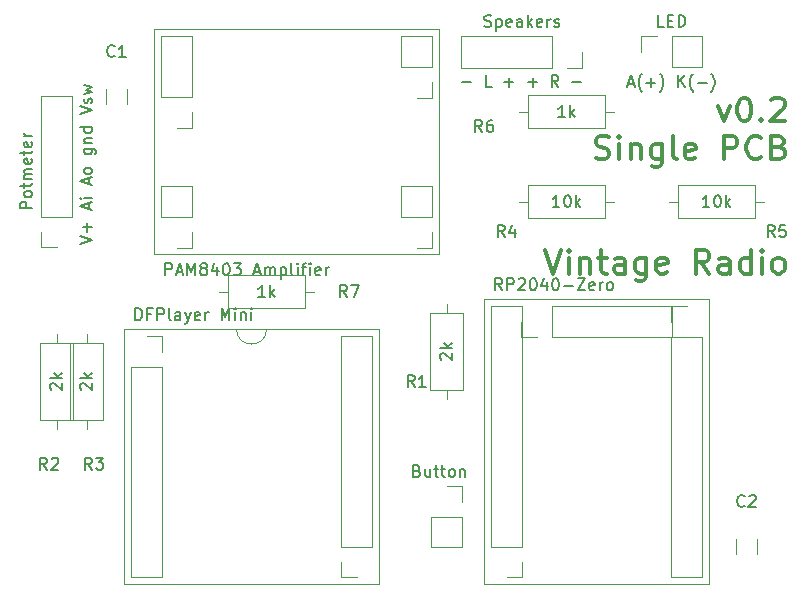
<source format=gbr>
%TF.GenerationSoftware,KiCad,Pcbnew,8.0.3*%
%TF.CreationDate,2026-01-09T14:43:18+01:00*%
%TF.ProjectId,VintageRadio,56696e74-6167-4655-9261-64696f2e6b69,rev?*%
%TF.SameCoordinates,Original*%
%TF.FileFunction,Legend,Top*%
%TF.FilePolarity,Positive*%
%FSLAX46Y46*%
G04 Gerber Fmt 4.6, Leading zero omitted, Abs format (unit mm)*
G04 Created by KiCad (PCBNEW 8.0.3) date 2026-01-09 14:43:18*
%MOMM*%
%LPD*%
G01*
G04 APERTURE LIST*
%ADD10C,0.100000*%
%ADD11C,0.300000*%
%ADD12C,0.150000*%
%ADD13C,0.120000*%
G04 APERTURE END LIST*
D10*
X191985000Y-74365000D02*
X211035000Y-74365000D01*
X211035000Y-98495000D01*
X191985000Y-98495000D01*
X191985000Y-74365000D01*
D11*
X211822631Y-57986752D02*
X212298821Y-59320086D01*
X212298821Y-59320086D02*
X212775012Y-57986752D01*
X213917869Y-57320086D02*
X214108346Y-57320086D01*
X214108346Y-57320086D02*
X214298822Y-57415324D01*
X214298822Y-57415324D02*
X214394060Y-57510562D01*
X214394060Y-57510562D02*
X214489298Y-57701038D01*
X214489298Y-57701038D02*
X214584536Y-58081990D01*
X214584536Y-58081990D02*
X214584536Y-58558181D01*
X214584536Y-58558181D02*
X214489298Y-58939133D01*
X214489298Y-58939133D02*
X214394060Y-59129609D01*
X214394060Y-59129609D02*
X214298822Y-59224848D01*
X214298822Y-59224848D02*
X214108346Y-59320086D01*
X214108346Y-59320086D02*
X213917869Y-59320086D01*
X213917869Y-59320086D02*
X213727393Y-59224848D01*
X213727393Y-59224848D02*
X213632155Y-59129609D01*
X213632155Y-59129609D02*
X213536917Y-58939133D01*
X213536917Y-58939133D02*
X213441679Y-58558181D01*
X213441679Y-58558181D02*
X213441679Y-58081990D01*
X213441679Y-58081990D02*
X213536917Y-57701038D01*
X213536917Y-57701038D02*
X213632155Y-57510562D01*
X213632155Y-57510562D02*
X213727393Y-57415324D01*
X213727393Y-57415324D02*
X213917869Y-57320086D01*
X215441679Y-59129609D02*
X215536917Y-59224848D01*
X215536917Y-59224848D02*
X215441679Y-59320086D01*
X215441679Y-59320086D02*
X215346441Y-59224848D01*
X215346441Y-59224848D02*
X215441679Y-59129609D01*
X215441679Y-59129609D02*
X215441679Y-59320086D01*
X216298822Y-57510562D02*
X216394060Y-57415324D01*
X216394060Y-57415324D02*
X216584536Y-57320086D01*
X216584536Y-57320086D02*
X217060727Y-57320086D01*
X217060727Y-57320086D02*
X217251203Y-57415324D01*
X217251203Y-57415324D02*
X217346441Y-57510562D01*
X217346441Y-57510562D02*
X217441679Y-57701038D01*
X217441679Y-57701038D02*
X217441679Y-57891514D01*
X217441679Y-57891514D02*
X217346441Y-58177228D01*
X217346441Y-58177228D02*
X216203584Y-59320086D01*
X216203584Y-59320086D02*
X217441679Y-59320086D01*
X201441678Y-62444736D02*
X201727392Y-62539974D01*
X201727392Y-62539974D02*
X202203583Y-62539974D01*
X202203583Y-62539974D02*
X202394059Y-62444736D01*
X202394059Y-62444736D02*
X202489297Y-62349497D01*
X202489297Y-62349497D02*
X202584535Y-62159021D01*
X202584535Y-62159021D02*
X202584535Y-61968545D01*
X202584535Y-61968545D02*
X202489297Y-61778069D01*
X202489297Y-61778069D02*
X202394059Y-61682831D01*
X202394059Y-61682831D02*
X202203583Y-61587593D01*
X202203583Y-61587593D02*
X201822630Y-61492355D01*
X201822630Y-61492355D02*
X201632154Y-61397116D01*
X201632154Y-61397116D02*
X201536916Y-61301878D01*
X201536916Y-61301878D02*
X201441678Y-61111402D01*
X201441678Y-61111402D02*
X201441678Y-60920926D01*
X201441678Y-60920926D02*
X201536916Y-60730450D01*
X201536916Y-60730450D02*
X201632154Y-60635212D01*
X201632154Y-60635212D02*
X201822630Y-60539974D01*
X201822630Y-60539974D02*
X202298821Y-60539974D01*
X202298821Y-60539974D02*
X202584535Y-60635212D01*
X203441678Y-62539974D02*
X203441678Y-61206640D01*
X203441678Y-60539974D02*
X203346440Y-60635212D01*
X203346440Y-60635212D02*
X203441678Y-60730450D01*
X203441678Y-60730450D02*
X203536916Y-60635212D01*
X203536916Y-60635212D02*
X203441678Y-60539974D01*
X203441678Y-60539974D02*
X203441678Y-60730450D01*
X204394059Y-61206640D02*
X204394059Y-62539974D01*
X204394059Y-61397116D02*
X204489297Y-61301878D01*
X204489297Y-61301878D02*
X204679773Y-61206640D01*
X204679773Y-61206640D02*
X204965488Y-61206640D01*
X204965488Y-61206640D02*
X205155964Y-61301878D01*
X205155964Y-61301878D02*
X205251202Y-61492355D01*
X205251202Y-61492355D02*
X205251202Y-62539974D01*
X207060726Y-61206640D02*
X207060726Y-62825688D01*
X207060726Y-62825688D02*
X206965488Y-63016164D01*
X206965488Y-63016164D02*
X206870250Y-63111402D01*
X206870250Y-63111402D02*
X206679773Y-63206640D01*
X206679773Y-63206640D02*
X206394059Y-63206640D01*
X206394059Y-63206640D02*
X206203583Y-63111402D01*
X207060726Y-62444736D02*
X206870250Y-62539974D01*
X206870250Y-62539974D02*
X206489297Y-62539974D01*
X206489297Y-62539974D02*
X206298821Y-62444736D01*
X206298821Y-62444736D02*
X206203583Y-62349497D01*
X206203583Y-62349497D02*
X206108345Y-62159021D01*
X206108345Y-62159021D02*
X206108345Y-61587593D01*
X206108345Y-61587593D02*
X206203583Y-61397116D01*
X206203583Y-61397116D02*
X206298821Y-61301878D01*
X206298821Y-61301878D02*
X206489297Y-61206640D01*
X206489297Y-61206640D02*
X206870250Y-61206640D01*
X206870250Y-61206640D02*
X207060726Y-61301878D01*
X208298821Y-62539974D02*
X208108345Y-62444736D01*
X208108345Y-62444736D02*
X208013107Y-62254259D01*
X208013107Y-62254259D02*
X208013107Y-60539974D01*
X209822631Y-62444736D02*
X209632155Y-62539974D01*
X209632155Y-62539974D02*
X209251202Y-62539974D01*
X209251202Y-62539974D02*
X209060726Y-62444736D01*
X209060726Y-62444736D02*
X208965488Y-62254259D01*
X208965488Y-62254259D02*
X208965488Y-61492355D01*
X208965488Y-61492355D02*
X209060726Y-61301878D01*
X209060726Y-61301878D02*
X209251202Y-61206640D01*
X209251202Y-61206640D02*
X209632155Y-61206640D01*
X209632155Y-61206640D02*
X209822631Y-61301878D01*
X209822631Y-61301878D02*
X209917869Y-61492355D01*
X209917869Y-61492355D02*
X209917869Y-61682831D01*
X209917869Y-61682831D02*
X208965488Y-61873307D01*
X212298822Y-62539974D02*
X212298822Y-60539974D01*
X212298822Y-60539974D02*
X213060727Y-60539974D01*
X213060727Y-60539974D02*
X213251203Y-60635212D01*
X213251203Y-60635212D02*
X213346441Y-60730450D01*
X213346441Y-60730450D02*
X213441679Y-60920926D01*
X213441679Y-60920926D02*
X213441679Y-61206640D01*
X213441679Y-61206640D02*
X213346441Y-61397116D01*
X213346441Y-61397116D02*
X213251203Y-61492355D01*
X213251203Y-61492355D02*
X213060727Y-61587593D01*
X213060727Y-61587593D02*
X212298822Y-61587593D01*
X215441679Y-62349497D02*
X215346441Y-62444736D01*
X215346441Y-62444736D02*
X215060727Y-62539974D01*
X215060727Y-62539974D02*
X214870251Y-62539974D01*
X214870251Y-62539974D02*
X214584536Y-62444736D01*
X214584536Y-62444736D02*
X214394060Y-62254259D01*
X214394060Y-62254259D02*
X214298822Y-62063783D01*
X214298822Y-62063783D02*
X214203584Y-61682831D01*
X214203584Y-61682831D02*
X214203584Y-61397116D01*
X214203584Y-61397116D02*
X214298822Y-61016164D01*
X214298822Y-61016164D02*
X214394060Y-60825688D01*
X214394060Y-60825688D02*
X214584536Y-60635212D01*
X214584536Y-60635212D02*
X214870251Y-60539974D01*
X214870251Y-60539974D02*
X215060727Y-60539974D01*
X215060727Y-60539974D02*
X215346441Y-60635212D01*
X215346441Y-60635212D02*
X215441679Y-60730450D01*
X216965489Y-61492355D02*
X217251203Y-61587593D01*
X217251203Y-61587593D02*
X217346441Y-61682831D01*
X217346441Y-61682831D02*
X217441679Y-61873307D01*
X217441679Y-61873307D02*
X217441679Y-62159021D01*
X217441679Y-62159021D02*
X217346441Y-62349497D01*
X217346441Y-62349497D02*
X217251203Y-62444736D01*
X217251203Y-62444736D02*
X217060727Y-62539974D01*
X217060727Y-62539974D02*
X216298822Y-62539974D01*
X216298822Y-62539974D02*
X216298822Y-60539974D01*
X216298822Y-60539974D02*
X216965489Y-60539974D01*
X216965489Y-60539974D02*
X217155965Y-60635212D01*
X217155965Y-60635212D02*
X217251203Y-60730450D01*
X217251203Y-60730450D02*
X217346441Y-60920926D01*
X217346441Y-60920926D02*
X217346441Y-61111402D01*
X217346441Y-61111402D02*
X217251203Y-61301878D01*
X217251203Y-61301878D02*
X217155965Y-61397116D01*
X217155965Y-61397116D02*
X216965489Y-61492355D01*
X216965489Y-61492355D02*
X216298822Y-61492355D01*
X197155963Y-70199638D02*
X197822629Y-72199638D01*
X197822629Y-72199638D02*
X198489296Y-70199638D01*
X199155963Y-72199638D02*
X199155963Y-70866304D01*
X199155963Y-70199638D02*
X199060725Y-70294876D01*
X199060725Y-70294876D02*
X199155963Y-70390114D01*
X199155963Y-70390114D02*
X199251201Y-70294876D01*
X199251201Y-70294876D02*
X199155963Y-70199638D01*
X199155963Y-70199638D02*
X199155963Y-70390114D01*
X200108344Y-70866304D02*
X200108344Y-72199638D01*
X200108344Y-71056780D02*
X200203582Y-70961542D01*
X200203582Y-70961542D02*
X200394058Y-70866304D01*
X200394058Y-70866304D02*
X200679773Y-70866304D01*
X200679773Y-70866304D02*
X200870249Y-70961542D01*
X200870249Y-70961542D02*
X200965487Y-71152019D01*
X200965487Y-71152019D02*
X200965487Y-72199638D01*
X201632154Y-70866304D02*
X202394058Y-70866304D01*
X201917868Y-70199638D02*
X201917868Y-71913923D01*
X201917868Y-71913923D02*
X202013106Y-72104400D01*
X202013106Y-72104400D02*
X202203582Y-72199638D01*
X202203582Y-72199638D02*
X202394058Y-72199638D01*
X203917868Y-72199638D02*
X203917868Y-71152019D01*
X203917868Y-71152019D02*
X203822630Y-70961542D01*
X203822630Y-70961542D02*
X203632154Y-70866304D01*
X203632154Y-70866304D02*
X203251201Y-70866304D01*
X203251201Y-70866304D02*
X203060725Y-70961542D01*
X203917868Y-72104400D02*
X203727392Y-72199638D01*
X203727392Y-72199638D02*
X203251201Y-72199638D01*
X203251201Y-72199638D02*
X203060725Y-72104400D01*
X203060725Y-72104400D02*
X202965487Y-71913923D01*
X202965487Y-71913923D02*
X202965487Y-71723447D01*
X202965487Y-71723447D02*
X203060725Y-71532971D01*
X203060725Y-71532971D02*
X203251201Y-71437733D01*
X203251201Y-71437733D02*
X203727392Y-71437733D01*
X203727392Y-71437733D02*
X203917868Y-71342495D01*
X205727392Y-70866304D02*
X205727392Y-72485352D01*
X205727392Y-72485352D02*
X205632154Y-72675828D01*
X205632154Y-72675828D02*
X205536916Y-72771066D01*
X205536916Y-72771066D02*
X205346439Y-72866304D01*
X205346439Y-72866304D02*
X205060725Y-72866304D01*
X205060725Y-72866304D02*
X204870249Y-72771066D01*
X205727392Y-72104400D02*
X205536916Y-72199638D01*
X205536916Y-72199638D02*
X205155963Y-72199638D01*
X205155963Y-72199638D02*
X204965487Y-72104400D01*
X204965487Y-72104400D02*
X204870249Y-72009161D01*
X204870249Y-72009161D02*
X204775011Y-71818685D01*
X204775011Y-71818685D02*
X204775011Y-71247257D01*
X204775011Y-71247257D02*
X204870249Y-71056780D01*
X204870249Y-71056780D02*
X204965487Y-70961542D01*
X204965487Y-70961542D02*
X205155963Y-70866304D01*
X205155963Y-70866304D02*
X205536916Y-70866304D01*
X205536916Y-70866304D02*
X205727392Y-70961542D01*
X207441678Y-72104400D02*
X207251202Y-72199638D01*
X207251202Y-72199638D02*
X206870249Y-72199638D01*
X206870249Y-72199638D02*
X206679773Y-72104400D01*
X206679773Y-72104400D02*
X206584535Y-71913923D01*
X206584535Y-71913923D02*
X206584535Y-71152019D01*
X206584535Y-71152019D02*
X206679773Y-70961542D01*
X206679773Y-70961542D02*
X206870249Y-70866304D01*
X206870249Y-70866304D02*
X207251202Y-70866304D01*
X207251202Y-70866304D02*
X207441678Y-70961542D01*
X207441678Y-70961542D02*
X207536916Y-71152019D01*
X207536916Y-71152019D02*
X207536916Y-71342495D01*
X207536916Y-71342495D02*
X206584535Y-71532971D01*
X211060726Y-72199638D02*
X210394059Y-71247257D01*
X209917869Y-72199638D02*
X209917869Y-70199638D01*
X209917869Y-70199638D02*
X210679774Y-70199638D01*
X210679774Y-70199638D02*
X210870250Y-70294876D01*
X210870250Y-70294876D02*
X210965488Y-70390114D01*
X210965488Y-70390114D02*
X211060726Y-70580590D01*
X211060726Y-70580590D02*
X211060726Y-70866304D01*
X211060726Y-70866304D02*
X210965488Y-71056780D01*
X210965488Y-71056780D02*
X210870250Y-71152019D01*
X210870250Y-71152019D02*
X210679774Y-71247257D01*
X210679774Y-71247257D02*
X209917869Y-71247257D01*
X212775012Y-72199638D02*
X212775012Y-71152019D01*
X212775012Y-71152019D02*
X212679774Y-70961542D01*
X212679774Y-70961542D02*
X212489298Y-70866304D01*
X212489298Y-70866304D02*
X212108345Y-70866304D01*
X212108345Y-70866304D02*
X211917869Y-70961542D01*
X212775012Y-72104400D02*
X212584536Y-72199638D01*
X212584536Y-72199638D02*
X212108345Y-72199638D01*
X212108345Y-72199638D02*
X211917869Y-72104400D01*
X211917869Y-72104400D02*
X211822631Y-71913923D01*
X211822631Y-71913923D02*
X211822631Y-71723447D01*
X211822631Y-71723447D02*
X211917869Y-71532971D01*
X211917869Y-71532971D02*
X212108345Y-71437733D01*
X212108345Y-71437733D02*
X212584536Y-71437733D01*
X212584536Y-71437733D02*
X212775012Y-71342495D01*
X214584536Y-72199638D02*
X214584536Y-70199638D01*
X214584536Y-72104400D02*
X214394060Y-72199638D01*
X214394060Y-72199638D02*
X214013107Y-72199638D01*
X214013107Y-72199638D02*
X213822631Y-72104400D01*
X213822631Y-72104400D02*
X213727393Y-72009161D01*
X213727393Y-72009161D02*
X213632155Y-71818685D01*
X213632155Y-71818685D02*
X213632155Y-71247257D01*
X213632155Y-71247257D02*
X213727393Y-71056780D01*
X213727393Y-71056780D02*
X213822631Y-70961542D01*
X213822631Y-70961542D02*
X214013107Y-70866304D01*
X214013107Y-70866304D02*
X214394060Y-70866304D01*
X214394060Y-70866304D02*
X214584536Y-70961542D01*
X215536917Y-72199638D02*
X215536917Y-70866304D01*
X215536917Y-70199638D02*
X215441679Y-70294876D01*
X215441679Y-70294876D02*
X215536917Y-70390114D01*
X215536917Y-70390114D02*
X215632155Y-70294876D01*
X215632155Y-70294876D02*
X215536917Y-70199638D01*
X215536917Y-70199638D02*
X215536917Y-70390114D01*
X216775012Y-72199638D02*
X216584536Y-72104400D01*
X216584536Y-72104400D02*
X216489298Y-72009161D01*
X216489298Y-72009161D02*
X216394060Y-71818685D01*
X216394060Y-71818685D02*
X216394060Y-71247257D01*
X216394060Y-71247257D02*
X216489298Y-71056780D01*
X216489298Y-71056780D02*
X216584536Y-70961542D01*
X216584536Y-70961542D02*
X216775012Y-70866304D01*
X216775012Y-70866304D02*
X217060727Y-70866304D01*
X217060727Y-70866304D02*
X217251203Y-70961542D01*
X217251203Y-70961542D02*
X217346441Y-71056780D01*
X217346441Y-71056780D02*
X217441679Y-71247257D01*
X217441679Y-71247257D02*
X217441679Y-71818685D01*
X217441679Y-71818685D02*
X217346441Y-72009161D01*
X217346441Y-72009161D02*
X217251203Y-72104400D01*
X217251203Y-72104400D02*
X217060727Y-72199638D01*
X217060727Y-72199638D02*
X216775012Y-72199638D01*
D12*
X193528207Y-73599819D02*
X193194874Y-73123628D01*
X192956779Y-73599819D02*
X192956779Y-72599819D01*
X192956779Y-72599819D02*
X193337731Y-72599819D01*
X193337731Y-72599819D02*
X193432969Y-72647438D01*
X193432969Y-72647438D02*
X193480588Y-72695057D01*
X193480588Y-72695057D02*
X193528207Y-72790295D01*
X193528207Y-72790295D02*
X193528207Y-72933152D01*
X193528207Y-72933152D02*
X193480588Y-73028390D01*
X193480588Y-73028390D02*
X193432969Y-73076009D01*
X193432969Y-73076009D02*
X193337731Y-73123628D01*
X193337731Y-73123628D02*
X192956779Y-73123628D01*
X193956779Y-73599819D02*
X193956779Y-72599819D01*
X193956779Y-72599819D02*
X194337731Y-72599819D01*
X194337731Y-72599819D02*
X194432969Y-72647438D01*
X194432969Y-72647438D02*
X194480588Y-72695057D01*
X194480588Y-72695057D02*
X194528207Y-72790295D01*
X194528207Y-72790295D02*
X194528207Y-72933152D01*
X194528207Y-72933152D02*
X194480588Y-73028390D01*
X194480588Y-73028390D02*
X194432969Y-73076009D01*
X194432969Y-73076009D02*
X194337731Y-73123628D01*
X194337731Y-73123628D02*
X193956779Y-73123628D01*
X194909160Y-72695057D02*
X194956779Y-72647438D01*
X194956779Y-72647438D02*
X195052017Y-72599819D01*
X195052017Y-72599819D02*
X195290112Y-72599819D01*
X195290112Y-72599819D02*
X195385350Y-72647438D01*
X195385350Y-72647438D02*
X195432969Y-72695057D01*
X195432969Y-72695057D02*
X195480588Y-72790295D01*
X195480588Y-72790295D02*
X195480588Y-72885533D01*
X195480588Y-72885533D02*
X195432969Y-73028390D01*
X195432969Y-73028390D02*
X194861541Y-73599819D01*
X194861541Y-73599819D02*
X195480588Y-73599819D01*
X196099636Y-72599819D02*
X196194874Y-72599819D01*
X196194874Y-72599819D02*
X196290112Y-72647438D01*
X196290112Y-72647438D02*
X196337731Y-72695057D01*
X196337731Y-72695057D02*
X196385350Y-72790295D01*
X196385350Y-72790295D02*
X196432969Y-72980771D01*
X196432969Y-72980771D02*
X196432969Y-73218866D01*
X196432969Y-73218866D02*
X196385350Y-73409342D01*
X196385350Y-73409342D02*
X196337731Y-73504580D01*
X196337731Y-73504580D02*
X196290112Y-73552200D01*
X196290112Y-73552200D02*
X196194874Y-73599819D01*
X196194874Y-73599819D02*
X196099636Y-73599819D01*
X196099636Y-73599819D02*
X196004398Y-73552200D01*
X196004398Y-73552200D02*
X195956779Y-73504580D01*
X195956779Y-73504580D02*
X195909160Y-73409342D01*
X195909160Y-73409342D02*
X195861541Y-73218866D01*
X195861541Y-73218866D02*
X195861541Y-72980771D01*
X195861541Y-72980771D02*
X195909160Y-72790295D01*
X195909160Y-72790295D02*
X195956779Y-72695057D01*
X195956779Y-72695057D02*
X196004398Y-72647438D01*
X196004398Y-72647438D02*
X196099636Y-72599819D01*
X197290112Y-72933152D02*
X197290112Y-73599819D01*
X197052017Y-72552200D02*
X196813922Y-73266485D01*
X196813922Y-73266485D02*
X197432969Y-73266485D01*
X198004398Y-72599819D02*
X198099636Y-72599819D01*
X198099636Y-72599819D02*
X198194874Y-72647438D01*
X198194874Y-72647438D02*
X198242493Y-72695057D01*
X198242493Y-72695057D02*
X198290112Y-72790295D01*
X198290112Y-72790295D02*
X198337731Y-72980771D01*
X198337731Y-72980771D02*
X198337731Y-73218866D01*
X198337731Y-73218866D02*
X198290112Y-73409342D01*
X198290112Y-73409342D02*
X198242493Y-73504580D01*
X198242493Y-73504580D02*
X198194874Y-73552200D01*
X198194874Y-73552200D02*
X198099636Y-73599819D01*
X198099636Y-73599819D02*
X198004398Y-73599819D01*
X198004398Y-73599819D02*
X197909160Y-73552200D01*
X197909160Y-73552200D02*
X197861541Y-73504580D01*
X197861541Y-73504580D02*
X197813922Y-73409342D01*
X197813922Y-73409342D02*
X197766303Y-73218866D01*
X197766303Y-73218866D02*
X197766303Y-72980771D01*
X197766303Y-72980771D02*
X197813922Y-72790295D01*
X197813922Y-72790295D02*
X197861541Y-72695057D01*
X197861541Y-72695057D02*
X197909160Y-72647438D01*
X197909160Y-72647438D02*
X198004398Y-72599819D01*
X198766303Y-73218866D02*
X199528208Y-73218866D01*
X199909160Y-72599819D02*
X200575826Y-72599819D01*
X200575826Y-72599819D02*
X199909160Y-73599819D01*
X199909160Y-73599819D02*
X200575826Y-73599819D01*
X201337731Y-73552200D02*
X201242493Y-73599819D01*
X201242493Y-73599819D02*
X201052017Y-73599819D01*
X201052017Y-73599819D02*
X200956779Y-73552200D01*
X200956779Y-73552200D02*
X200909160Y-73456961D01*
X200909160Y-73456961D02*
X200909160Y-73076009D01*
X200909160Y-73076009D02*
X200956779Y-72980771D01*
X200956779Y-72980771D02*
X201052017Y-72933152D01*
X201052017Y-72933152D02*
X201242493Y-72933152D01*
X201242493Y-72933152D02*
X201337731Y-72980771D01*
X201337731Y-72980771D02*
X201385350Y-73076009D01*
X201385350Y-73076009D02*
X201385350Y-73171247D01*
X201385350Y-73171247D02*
X200909160Y-73266485D01*
X201813922Y-73599819D02*
X201813922Y-72933152D01*
X201813922Y-73123628D02*
X201861541Y-73028390D01*
X201861541Y-73028390D02*
X201909160Y-72980771D01*
X201909160Y-72980771D02*
X202004398Y-72933152D01*
X202004398Y-72933152D02*
X202099636Y-72933152D01*
X202575827Y-73599819D02*
X202480589Y-73552200D01*
X202480589Y-73552200D02*
X202432970Y-73504580D01*
X202432970Y-73504580D02*
X202385351Y-73409342D01*
X202385351Y-73409342D02*
X202385351Y-73123628D01*
X202385351Y-73123628D02*
X202432970Y-73028390D01*
X202432970Y-73028390D02*
X202480589Y-72980771D01*
X202480589Y-72980771D02*
X202575827Y-72933152D01*
X202575827Y-72933152D02*
X202718684Y-72933152D01*
X202718684Y-72933152D02*
X202813922Y-72980771D01*
X202813922Y-72980771D02*
X202861541Y-73028390D01*
X202861541Y-73028390D02*
X202909160Y-73123628D01*
X202909160Y-73123628D02*
X202909160Y-73409342D01*
X202909160Y-73409342D02*
X202861541Y-73504580D01*
X202861541Y-73504580D02*
X202813922Y-73552200D01*
X202813922Y-73552200D02*
X202718684Y-73599819D01*
X202718684Y-73599819D02*
X202575827Y-73599819D01*
X165016779Y-72329819D02*
X165016779Y-71329819D01*
X165016779Y-71329819D02*
X165397731Y-71329819D01*
X165397731Y-71329819D02*
X165492969Y-71377438D01*
X165492969Y-71377438D02*
X165540588Y-71425057D01*
X165540588Y-71425057D02*
X165588207Y-71520295D01*
X165588207Y-71520295D02*
X165588207Y-71663152D01*
X165588207Y-71663152D02*
X165540588Y-71758390D01*
X165540588Y-71758390D02*
X165492969Y-71806009D01*
X165492969Y-71806009D02*
X165397731Y-71853628D01*
X165397731Y-71853628D02*
X165016779Y-71853628D01*
X165969160Y-72044104D02*
X166445350Y-72044104D01*
X165873922Y-72329819D02*
X166207255Y-71329819D01*
X166207255Y-71329819D02*
X166540588Y-72329819D01*
X166873922Y-72329819D02*
X166873922Y-71329819D01*
X166873922Y-71329819D02*
X167207255Y-72044104D01*
X167207255Y-72044104D02*
X167540588Y-71329819D01*
X167540588Y-71329819D02*
X167540588Y-72329819D01*
X168159636Y-71758390D02*
X168064398Y-71710771D01*
X168064398Y-71710771D02*
X168016779Y-71663152D01*
X168016779Y-71663152D02*
X167969160Y-71567914D01*
X167969160Y-71567914D02*
X167969160Y-71520295D01*
X167969160Y-71520295D02*
X168016779Y-71425057D01*
X168016779Y-71425057D02*
X168064398Y-71377438D01*
X168064398Y-71377438D02*
X168159636Y-71329819D01*
X168159636Y-71329819D02*
X168350112Y-71329819D01*
X168350112Y-71329819D02*
X168445350Y-71377438D01*
X168445350Y-71377438D02*
X168492969Y-71425057D01*
X168492969Y-71425057D02*
X168540588Y-71520295D01*
X168540588Y-71520295D02*
X168540588Y-71567914D01*
X168540588Y-71567914D02*
X168492969Y-71663152D01*
X168492969Y-71663152D02*
X168445350Y-71710771D01*
X168445350Y-71710771D02*
X168350112Y-71758390D01*
X168350112Y-71758390D02*
X168159636Y-71758390D01*
X168159636Y-71758390D02*
X168064398Y-71806009D01*
X168064398Y-71806009D02*
X168016779Y-71853628D01*
X168016779Y-71853628D02*
X167969160Y-71948866D01*
X167969160Y-71948866D02*
X167969160Y-72139342D01*
X167969160Y-72139342D02*
X168016779Y-72234580D01*
X168016779Y-72234580D02*
X168064398Y-72282200D01*
X168064398Y-72282200D02*
X168159636Y-72329819D01*
X168159636Y-72329819D02*
X168350112Y-72329819D01*
X168350112Y-72329819D02*
X168445350Y-72282200D01*
X168445350Y-72282200D02*
X168492969Y-72234580D01*
X168492969Y-72234580D02*
X168540588Y-72139342D01*
X168540588Y-72139342D02*
X168540588Y-71948866D01*
X168540588Y-71948866D02*
X168492969Y-71853628D01*
X168492969Y-71853628D02*
X168445350Y-71806009D01*
X168445350Y-71806009D02*
X168350112Y-71758390D01*
X169397731Y-71663152D02*
X169397731Y-72329819D01*
X169159636Y-71282200D02*
X168921541Y-71996485D01*
X168921541Y-71996485D02*
X169540588Y-71996485D01*
X170112017Y-71329819D02*
X170207255Y-71329819D01*
X170207255Y-71329819D02*
X170302493Y-71377438D01*
X170302493Y-71377438D02*
X170350112Y-71425057D01*
X170350112Y-71425057D02*
X170397731Y-71520295D01*
X170397731Y-71520295D02*
X170445350Y-71710771D01*
X170445350Y-71710771D02*
X170445350Y-71948866D01*
X170445350Y-71948866D02*
X170397731Y-72139342D01*
X170397731Y-72139342D02*
X170350112Y-72234580D01*
X170350112Y-72234580D02*
X170302493Y-72282200D01*
X170302493Y-72282200D02*
X170207255Y-72329819D01*
X170207255Y-72329819D02*
X170112017Y-72329819D01*
X170112017Y-72329819D02*
X170016779Y-72282200D01*
X170016779Y-72282200D02*
X169969160Y-72234580D01*
X169969160Y-72234580D02*
X169921541Y-72139342D01*
X169921541Y-72139342D02*
X169873922Y-71948866D01*
X169873922Y-71948866D02*
X169873922Y-71710771D01*
X169873922Y-71710771D02*
X169921541Y-71520295D01*
X169921541Y-71520295D02*
X169969160Y-71425057D01*
X169969160Y-71425057D02*
X170016779Y-71377438D01*
X170016779Y-71377438D02*
X170112017Y-71329819D01*
X170778684Y-71329819D02*
X171397731Y-71329819D01*
X171397731Y-71329819D02*
X171064398Y-71710771D01*
X171064398Y-71710771D02*
X171207255Y-71710771D01*
X171207255Y-71710771D02*
X171302493Y-71758390D01*
X171302493Y-71758390D02*
X171350112Y-71806009D01*
X171350112Y-71806009D02*
X171397731Y-71901247D01*
X171397731Y-71901247D02*
X171397731Y-72139342D01*
X171397731Y-72139342D02*
X171350112Y-72234580D01*
X171350112Y-72234580D02*
X171302493Y-72282200D01*
X171302493Y-72282200D02*
X171207255Y-72329819D01*
X171207255Y-72329819D02*
X170921541Y-72329819D01*
X170921541Y-72329819D02*
X170826303Y-72282200D01*
X170826303Y-72282200D02*
X170778684Y-72234580D01*
X172540589Y-72044104D02*
X173016779Y-72044104D01*
X172445351Y-72329819D02*
X172778684Y-71329819D01*
X172778684Y-71329819D02*
X173112017Y-72329819D01*
X173445351Y-72329819D02*
X173445351Y-71663152D01*
X173445351Y-71758390D02*
X173492970Y-71710771D01*
X173492970Y-71710771D02*
X173588208Y-71663152D01*
X173588208Y-71663152D02*
X173731065Y-71663152D01*
X173731065Y-71663152D02*
X173826303Y-71710771D01*
X173826303Y-71710771D02*
X173873922Y-71806009D01*
X173873922Y-71806009D02*
X173873922Y-72329819D01*
X173873922Y-71806009D02*
X173921541Y-71710771D01*
X173921541Y-71710771D02*
X174016779Y-71663152D01*
X174016779Y-71663152D02*
X174159636Y-71663152D01*
X174159636Y-71663152D02*
X174254875Y-71710771D01*
X174254875Y-71710771D02*
X174302494Y-71806009D01*
X174302494Y-71806009D02*
X174302494Y-72329819D01*
X174778684Y-71663152D02*
X174778684Y-72663152D01*
X174778684Y-71710771D02*
X174873922Y-71663152D01*
X174873922Y-71663152D02*
X175064398Y-71663152D01*
X175064398Y-71663152D02*
X175159636Y-71710771D01*
X175159636Y-71710771D02*
X175207255Y-71758390D01*
X175207255Y-71758390D02*
X175254874Y-71853628D01*
X175254874Y-71853628D02*
X175254874Y-72139342D01*
X175254874Y-72139342D02*
X175207255Y-72234580D01*
X175207255Y-72234580D02*
X175159636Y-72282200D01*
X175159636Y-72282200D02*
X175064398Y-72329819D01*
X175064398Y-72329819D02*
X174873922Y-72329819D01*
X174873922Y-72329819D02*
X174778684Y-72282200D01*
X175826303Y-72329819D02*
X175731065Y-72282200D01*
X175731065Y-72282200D02*
X175683446Y-72186961D01*
X175683446Y-72186961D02*
X175683446Y-71329819D01*
X176207256Y-72329819D02*
X176207256Y-71663152D01*
X176207256Y-71329819D02*
X176159637Y-71377438D01*
X176159637Y-71377438D02*
X176207256Y-71425057D01*
X176207256Y-71425057D02*
X176254875Y-71377438D01*
X176254875Y-71377438D02*
X176207256Y-71329819D01*
X176207256Y-71329819D02*
X176207256Y-71425057D01*
X176540589Y-71663152D02*
X176921541Y-71663152D01*
X176683446Y-72329819D02*
X176683446Y-71472676D01*
X176683446Y-71472676D02*
X176731065Y-71377438D01*
X176731065Y-71377438D02*
X176826303Y-71329819D01*
X176826303Y-71329819D02*
X176921541Y-71329819D01*
X177254875Y-72329819D02*
X177254875Y-71663152D01*
X177254875Y-71329819D02*
X177207256Y-71377438D01*
X177207256Y-71377438D02*
X177254875Y-71425057D01*
X177254875Y-71425057D02*
X177302494Y-71377438D01*
X177302494Y-71377438D02*
X177254875Y-71329819D01*
X177254875Y-71329819D02*
X177254875Y-71425057D01*
X178112017Y-72282200D02*
X178016779Y-72329819D01*
X178016779Y-72329819D02*
X177826303Y-72329819D01*
X177826303Y-72329819D02*
X177731065Y-72282200D01*
X177731065Y-72282200D02*
X177683446Y-72186961D01*
X177683446Y-72186961D02*
X177683446Y-71806009D01*
X177683446Y-71806009D02*
X177731065Y-71710771D01*
X177731065Y-71710771D02*
X177826303Y-71663152D01*
X177826303Y-71663152D02*
X178016779Y-71663152D01*
X178016779Y-71663152D02*
X178112017Y-71710771D01*
X178112017Y-71710771D02*
X178159636Y-71806009D01*
X178159636Y-71806009D02*
X178159636Y-71901247D01*
X178159636Y-71901247D02*
X177683446Y-71996485D01*
X178588208Y-72329819D02*
X178588208Y-71663152D01*
X178588208Y-71853628D02*
X178635827Y-71758390D01*
X178635827Y-71758390D02*
X178683446Y-71710771D01*
X178683446Y-71710771D02*
X178778684Y-71663152D01*
X178778684Y-71663152D02*
X178873922Y-71663152D01*
D10*
X164045000Y-70575000D02*
X188175000Y-70575000D01*
X188175000Y-51525000D01*
X164045000Y-51525000D01*
X164045000Y-70575000D01*
X173570000Y-76905000D02*
G75*
G02*
X171030000Y-76905000I-1270000J0D01*
G01*
X161505000Y-98495000D02*
X183095000Y-98495000D01*
X183095000Y-76905000D01*
X161505000Y-76905000D01*
X161505000Y-98495000D01*
D12*
X162476779Y-76139819D02*
X162476779Y-75139819D01*
X162476779Y-75139819D02*
X162714874Y-75139819D01*
X162714874Y-75139819D02*
X162857731Y-75187438D01*
X162857731Y-75187438D02*
X162952969Y-75282676D01*
X162952969Y-75282676D02*
X163000588Y-75377914D01*
X163000588Y-75377914D02*
X163048207Y-75568390D01*
X163048207Y-75568390D02*
X163048207Y-75711247D01*
X163048207Y-75711247D02*
X163000588Y-75901723D01*
X163000588Y-75901723D02*
X162952969Y-75996961D01*
X162952969Y-75996961D02*
X162857731Y-76092200D01*
X162857731Y-76092200D02*
X162714874Y-76139819D01*
X162714874Y-76139819D02*
X162476779Y-76139819D01*
X163810112Y-75616009D02*
X163476779Y-75616009D01*
X163476779Y-76139819D02*
X163476779Y-75139819D01*
X163476779Y-75139819D02*
X163952969Y-75139819D01*
X164333922Y-76139819D02*
X164333922Y-75139819D01*
X164333922Y-75139819D02*
X164714874Y-75139819D01*
X164714874Y-75139819D02*
X164810112Y-75187438D01*
X164810112Y-75187438D02*
X164857731Y-75235057D01*
X164857731Y-75235057D02*
X164905350Y-75330295D01*
X164905350Y-75330295D02*
X164905350Y-75473152D01*
X164905350Y-75473152D02*
X164857731Y-75568390D01*
X164857731Y-75568390D02*
X164810112Y-75616009D01*
X164810112Y-75616009D02*
X164714874Y-75663628D01*
X164714874Y-75663628D02*
X164333922Y-75663628D01*
X165476779Y-76139819D02*
X165381541Y-76092200D01*
X165381541Y-76092200D02*
X165333922Y-75996961D01*
X165333922Y-75996961D02*
X165333922Y-75139819D01*
X166286303Y-76139819D02*
X166286303Y-75616009D01*
X166286303Y-75616009D02*
X166238684Y-75520771D01*
X166238684Y-75520771D02*
X166143446Y-75473152D01*
X166143446Y-75473152D02*
X165952970Y-75473152D01*
X165952970Y-75473152D02*
X165857732Y-75520771D01*
X166286303Y-76092200D02*
X166191065Y-76139819D01*
X166191065Y-76139819D02*
X165952970Y-76139819D01*
X165952970Y-76139819D02*
X165857732Y-76092200D01*
X165857732Y-76092200D02*
X165810113Y-75996961D01*
X165810113Y-75996961D02*
X165810113Y-75901723D01*
X165810113Y-75901723D02*
X165857732Y-75806485D01*
X165857732Y-75806485D02*
X165952970Y-75758866D01*
X165952970Y-75758866D02*
X166191065Y-75758866D01*
X166191065Y-75758866D02*
X166286303Y-75711247D01*
X166667256Y-75473152D02*
X166905351Y-76139819D01*
X167143446Y-75473152D02*
X166905351Y-76139819D01*
X166905351Y-76139819D02*
X166810113Y-76377914D01*
X166810113Y-76377914D02*
X166762494Y-76425533D01*
X166762494Y-76425533D02*
X166667256Y-76473152D01*
X167905351Y-76092200D02*
X167810113Y-76139819D01*
X167810113Y-76139819D02*
X167619637Y-76139819D01*
X167619637Y-76139819D02*
X167524399Y-76092200D01*
X167524399Y-76092200D02*
X167476780Y-75996961D01*
X167476780Y-75996961D02*
X167476780Y-75616009D01*
X167476780Y-75616009D02*
X167524399Y-75520771D01*
X167524399Y-75520771D02*
X167619637Y-75473152D01*
X167619637Y-75473152D02*
X167810113Y-75473152D01*
X167810113Y-75473152D02*
X167905351Y-75520771D01*
X167905351Y-75520771D02*
X167952970Y-75616009D01*
X167952970Y-75616009D02*
X167952970Y-75711247D01*
X167952970Y-75711247D02*
X167476780Y-75806485D01*
X168381542Y-76139819D02*
X168381542Y-75473152D01*
X168381542Y-75663628D02*
X168429161Y-75568390D01*
X168429161Y-75568390D02*
X168476780Y-75520771D01*
X168476780Y-75520771D02*
X168572018Y-75473152D01*
X168572018Y-75473152D02*
X168667256Y-75473152D01*
X169762495Y-76139819D02*
X169762495Y-75139819D01*
X169762495Y-75139819D02*
X170095828Y-75854104D01*
X170095828Y-75854104D02*
X170429161Y-75139819D01*
X170429161Y-75139819D02*
X170429161Y-76139819D01*
X170905352Y-76139819D02*
X170905352Y-75473152D01*
X170905352Y-75139819D02*
X170857733Y-75187438D01*
X170857733Y-75187438D02*
X170905352Y-75235057D01*
X170905352Y-75235057D02*
X170952971Y-75187438D01*
X170952971Y-75187438D02*
X170905352Y-75139819D01*
X170905352Y-75139819D02*
X170905352Y-75235057D01*
X171381542Y-75473152D02*
X171381542Y-76139819D01*
X171381542Y-75568390D02*
X171429161Y-75520771D01*
X171429161Y-75520771D02*
X171524399Y-75473152D01*
X171524399Y-75473152D02*
X171667256Y-75473152D01*
X171667256Y-75473152D02*
X171762494Y-75520771D01*
X171762494Y-75520771D02*
X171810113Y-75616009D01*
X171810113Y-75616009D02*
X171810113Y-76139819D01*
X172286304Y-76139819D02*
X172286304Y-75473152D01*
X172286304Y-75139819D02*
X172238685Y-75187438D01*
X172238685Y-75187438D02*
X172286304Y-75235057D01*
X172286304Y-75235057D02*
X172333923Y-75187438D01*
X172333923Y-75187438D02*
X172286304Y-75139819D01*
X172286304Y-75139819D02*
X172286304Y-75235057D01*
X186317856Y-88901009D02*
X186460713Y-88948628D01*
X186460713Y-88948628D02*
X186508332Y-88996247D01*
X186508332Y-88996247D02*
X186555951Y-89091485D01*
X186555951Y-89091485D02*
X186555951Y-89234342D01*
X186555951Y-89234342D02*
X186508332Y-89329580D01*
X186508332Y-89329580D02*
X186460713Y-89377200D01*
X186460713Y-89377200D02*
X186365475Y-89424819D01*
X186365475Y-89424819D02*
X185984523Y-89424819D01*
X185984523Y-89424819D02*
X185984523Y-88424819D01*
X185984523Y-88424819D02*
X186317856Y-88424819D01*
X186317856Y-88424819D02*
X186413094Y-88472438D01*
X186413094Y-88472438D02*
X186460713Y-88520057D01*
X186460713Y-88520057D02*
X186508332Y-88615295D01*
X186508332Y-88615295D02*
X186508332Y-88710533D01*
X186508332Y-88710533D02*
X186460713Y-88805771D01*
X186460713Y-88805771D02*
X186413094Y-88853390D01*
X186413094Y-88853390D02*
X186317856Y-88901009D01*
X186317856Y-88901009D02*
X185984523Y-88901009D01*
X187413094Y-88758152D02*
X187413094Y-89424819D01*
X186984523Y-88758152D02*
X186984523Y-89281961D01*
X186984523Y-89281961D02*
X187032142Y-89377200D01*
X187032142Y-89377200D02*
X187127380Y-89424819D01*
X187127380Y-89424819D02*
X187270237Y-89424819D01*
X187270237Y-89424819D02*
X187365475Y-89377200D01*
X187365475Y-89377200D02*
X187413094Y-89329580D01*
X187746428Y-88758152D02*
X188127380Y-88758152D01*
X187889285Y-88424819D02*
X187889285Y-89281961D01*
X187889285Y-89281961D02*
X187936904Y-89377200D01*
X187936904Y-89377200D02*
X188032142Y-89424819D01*
X188032142Y-89424819D02*
X188127380Y-89424819D01*
X188317857Y-88758152D02*
X188698809Y-88758152D01*
X188460714Y-88424819D02*
X188460714Y-89281961D01*
X188460714Y-89281961D02*
X188508333Y-89377200D01*
X188508333Y-89377200D02*
X188603571Y-89424819D01*
X188603571Y-89424819D02*
X188698809Y-89424819D01*
X189175000Y-89424819D02*
X189079762Y-89377200D01*
X189079762Y-89377200D02*
X189032143Y-89329580D01*
X189032143Y-89329580D02*
X188984524Y-89234342D01*
X188984524Y-89234342D02*
X188984524Y-88948628D01*
X188984524Y-88948628D02*
X189032143Y-88853390D01*
X189032143Y-88853390D02*
X189079762Y-88805771D01*
X189079762Y-88805771D02*
X189175000Y-88758152D01*
X189175000Y-88758152D02*
X189317857Y-88758152D01*
X189317857Y-88758152D02*
X189413095Y-88805771D01*
X189413095Y-88805771D02*
X189460714Y-88853390D01*
X189460714Y-88853390D02*
X189508333Y-88948628D01*
X189508333Y-88948628D02*
X189508333Y-89234342D01*
X189508333Y-89234342D02*
X189460714Y-89329580D01*
X189460714Y-89329580D02*
X189413095Y-89377200D01*
X189413095Y-89377200D02*
X189317857Y-89424819D01*
X189317857Y-89424819D02*
X189175000Y-89424819D01*
X189936905Y-88758152D02*
X189936905Y-89424819D01*
X189936905Y-88853390D02*
X189984524Y-88805771D01*
X189984524Y-88805771D02*
X190079762Y-88758152D01*
X190079762Y-88758152D02*
X190222619Y-88758152D01*
X190222619Y-88758152D02*
X190317857Y-88805771D01*
X190317857Y-88805771D02*
X190365476Y-88901009D01*
X190365476Y-88901009D02*
X190365476Y-89424819D01*
X207217142Y-51324819D02*
X206740952Y-51324819D01*
X206740952Y-51324819D02*
X206740952Y-50324819D01*
X207550476Y-50801009D02*
X207883809Y-50801009D01*
X208026666Y-51324819D02*
X207550476Y-51324819D01*
X207550476Y-51324819D02*
X207550476Y-50324819D01*
X207550476Y-50324819D02*
X208026666Y-50324819D01*
X208455238Y-51324819D02*
X208455238Y-50324819D01*
X208455238Y-50324819D02*
X208693333Y-50324819D01*
X208693333Y-50324819D02*
X208836190Y-50372438D01*
X208836190Y-50372438D02*
X208931428Y-50467676D01*
X208931428Y-50467676D02*
X208979047Y-50562914D01*
X208979047Y-50562914D02*
X209026666Y-50753390D01*
X209026666Y-50753390D02*
X209026666Y-50896247D01*
X209026666Y-50896247D02*
X208979047Y-51086723D01*
X208979047Y-51086723D02*
X208931428Y-51181961D01*
X208931428Y-51181961D02*
X208836190Y-51277200D01*
X208836190Y-51277200D02*
X208693333Y-51324819D01*
X208693333Y-51324819D02*
X208455238Y-51324819D01*
X204169523Y-56119104D02*
X204645713Y-56119104D01*
X204074285Y-56404819D02*
X204407618Y-55404819D01*
X204407618Y-55404819D02*
X204740951Y-56404819D01*
X205359999Y-56785771D02*
X205312380Y-56738152D01*
X205312380Y-56738152D02*
X205217142Y-56595295D01*
X205217142Y-56595295D02*
X205169523Y-56500057D01*
X205169523Y-56500057D02*
X205121904Y-56357200D01*
X205121904Y-56357200D02*
X205074285Y-56119104D01*
X205074285Y-56119104D02*
X205074285Y-55928628D01*
X205074285Y-55928628D02*
X205121904Y-55690533D01*
X205121904Y-55690533D02*
X205169523Y-55547676D01*
X205169523Y-55547676D02*
X205217142Y-55452438D01*
X205217142Y-55452438D02*
X205312380Y-55309580D01*
X205312380Y-55309580D02*
X205359999Y-55261961D01*
X205740952Y-56023866D02*
X206502857Y-56023866D01*
X206121904Y-56404819D02*
X206121904Y-55642914D01*
X206883809Y-56785771D02*
X206931428Y-56738152D01*
X206931428Y-56738152D02*
X207026666Y-56595295D01*
X207026666Y-56595295D02*
X207074285Y-56500057D01*
X207074285Y-56500057D02*
X207121904Y-56357200D01*
X207121904Y-56357200D02*
X207169523Y-56119104D01*
X207169523Y-56119104D02*
X207169523Y-55928628D01*
X207169523Y-55928628D02*
X207121904Y-55690533D01*
X207121904Y-55690533D02*
X207074285Y-55547676D01*
X207074285Y-55547676D02*
X207026666Y-55452438D01*
X207026666Y-55452438D02*
X206931428Y-55309580D01*
X206931428Y-55309580D02*
X206883809Y-55261961D01*
X208407619Y-56404819D02*
X208407619Y-55404819D01*
X208979047Y-56404819D02*
X208550476Y-55833390D01*
X208979047Y-55404819D02*
X208407619Y-55976247D01*
X209693333Y-56785771D02*
X209645714Y-56738152D01*
X209645714Y-56738152D02*
X209550476Y-56595295D01*
X209550476Y-56595295D02*
X209502857Y-56500057D01*
X209502857Y-56500057D02*
X209455238Y-56357200D01*
X209455238Y-56357200D02*
X209407619Y-56119104D01*
X209407619Y-56119104D02*
X209407619Y-55928628D01*
X209407619Y-55928628D02*
X209455238Y-55690533D01*
X209455238Y-55690533D02*
X209502857Y-55547676D01*
X209502857Y-55547676D02*
X209550476Y-55452438D01*
X209550476Y-55452438D02*
X209645714Y-55309580D01*
X209645714Y-55309580D02*
X209693333Y-55261961D01*
X210074286Y-56023866D02*
X210836191Y-56023866D01*
X211217143Y-56785771D02*
X211264762Y-56738152D01*
X211264762Y-56738152D02*
X211360000Y-56595295D01*
X211360000Y-56595295D02*
X211407619Y-56500057D01*
X211407619Y-56500057D02*
X211455238Y-56357200D01*
X211455238Y-56357200D02*
X211502857Y-56119104D01*
X211502857Y-56119104D02*
X211502857Y-55928628D01*
X211502857Y-55928628D02*
X211455238Y-55690533D01*
X211455238Y-55690533D02*
X211407619Y-55547676D01*
X211407619Y-55547676D02*
X211360000Y-55452438D01*
X211360000Y-55452438D02*
X211264762Y-55309580D01*
X211264762Y-55309580D02*
X211217143Y-55261961D01*
X153704819Y-66689047D02*
X152704819Y-66689047D01*
X152704819Y-66689047D02*
X152704819Y-66308095D01*
X152704819Y-66308095D02*
X152752438Y-66212857D01*
X152752438Y-66212857D02*
X152800057Y-66165238D01*
X152800057Y-66165238D02*
X152895295Y-66117619D01*
X152895295Y-66117619D02*
X153038152Y-66117619D01*
X153038152Y-66117619D02*
X153133390Y-66165238D01*
X153133390Y-66165238D02*
X153181009Y-66212857D01*
X153181009Y-66212857D02*
X153228628Y-66308095D01*
X153228628Y-66308095D02*
X153228628Y-66689047D01*
X153704819Y-65546190D02*
X153657200Y-65641428D01*
X153657200Y-65641428D02*
X153609580Y-65689047D01*
X153609580Y-65689047D02*
X153514342Y-65736666D01*
X153514342Y-65736666D02*
X153228628Y-65736666D01*
X153228628Y-65736666D02*
X153133390Y-65689047D01*
X153133390Y-65689047D02*
X153085771Y-65641428D01*
X153085771Y-65641428D02*
X153038152Y-65546190D01*
X153038152Y-65546190D02*
X153038152Y-65403333D01*
X153038152Y-65403333D02*
X153085771Y-65308095D01*
X153085771Y-65308095D02*
X153133390Y-65260476D01*
X153133390Y-65260476D02*
X153228628Y-65212857D01*
X153228628Y-65212857D02*
X153514342Y-65212857D01*
X153514342Y-65212857D02*
X153609580Y-65260476D01*
X153609580Y-65260476D02*
X153657200Y-65308095D01*
X153657200Y-65308095D02*
X153704819Y-65403333D01*
X153704819Y-65403333D02*
X153704819Y-65546190D01*
X153038152Y-64927142D02*
X153038152Y-64546190D01*
X152704819Y-64784285D02*
X153561961Y-64784285D01*
X153561961Y-64784285D02*
X153657200Y-64736666D01*
X153657200Y-64736666D02*
X153704819Y-64641428D01*
X153704819Y-64641428D02*
X153704819Y-64546190D01*
X153704819Y-64212856D02*
X153038152Y-64212856D01*
X153133390Y-64212856D02*
X153085771Y-64165237D01*
X153085771Y-64165237D02*
X153038152Y-64069999D01*
X153038152Y-64069999D02*
X153038152Y-63927142D01*
X153038152Y-63927142D02*
X153085771Y-63831904D01*
X153085771Y-63831904D02*
X153181009Y-63784285D01*
X153181009Y-63784285D02*
X153704819Y-63784285D01*
X153181009Y-63784285D02*
X153085771Y-63736666D01*
X153085771Y-63736666D02*
X153038152Y-63641428D01*
X153038152Y-63641428D02*
X153038152Y-63498571D01*
X153038152Y-63498571D02*
X153085771Y-63403332D01*
X153085771Y-63403332D02*
X153181009Y-63355713D01*
X153181009Y-63355713D02*
X153704819Y-63355713D01*
X153657200Y-62498571D02*
X153704819Y-62593809D01*
X153704819Y-62593809D02*
X153704819Y-62784285D01*
X153704819Y-62784285D02*
X153657200Y-62879523D01*
X153657200Y-62879523D02*
X153561961Y-62927142D01*
X153561961Y-62927142D02*
X153181009Y-62927142D01*
X153181009Y-62927142D02*
X153085771Y-62879523D01*
X153085771Y-62879523D02*
X153038152Y-62784285D01*
X153038152Y-62784285D02*
X153038152Y-62593809D01*
X153038152Y-62593809D02*
X153085771Y-62498571D01*
X153085771Y-62498571D02*
X153181009Y-62450952D01*
X153181009Y-62450952D02*
X153276247Y-62450952D01*
X153276247Y-62450952D02*
X153371485Y-62927142D01*
X153038152Y-62165237D02*
X153038152Y-61784285D01*
X152704819Y-62022380D02*
X153561961Y-62022380D01*
X153561961Y-62022380D02*
X153657200Y-61974761D01*
X153657200Y-61974761D02*
X153704819Y-61879523D01*
X153704819Y-61879523D02*
X153704819Y-61784285D01*
X153657200Y-61069999D02*
X153704819Y-61165237D01*
X153704819Y-61165237D02*
X153704819Y-61355713D01*
X153704819Y-61355713D02*
X153657200Y-61450951D01*
X153657200Y-61450951D02*
X153561961Y-61498570D01*
X153561961Y-61498570D02*
X153181009Y-61498570D01*
X153181009Y-61498570D02*
X153085771Y-61450951D01*
X153085771Y-61450951D02*
X153038152Y-61355713D01*
X153038152Y-61355713D02*
X153038152Y-61165237D01*
X153038152Y-61165237D02*
X153085771Y-61069999D01*
X153085771Y-61069999D02*
X153181009Y-61022380D01*
X153181009Y-61022380D02*
X153276247Y-61022380D01*
X153276247Y-61022380D02*
X153371485Y-61498570D01*
X153704819Y-60593808D02*
X153038152Y-60593808D01*
X153228628Y-60593808D02*
X153133390Y-60546189D01*
X153133390Y-60546189D02*
X153085771Y-60498570D01*
X153085771Y-60498570D02*
X153038152Y-60403332D01*
X153038152Y-60403332D02*
X153038152Y-60308094D01*
X157784819Y-69673095D02*
X158784819Y-69339762D01*
X158784819Y-69339762D02*
X157784819Y-69006429D01*
X158403866Y-68673095D02*
X158403866Y-67911191D01*
X158784819Y-68292143D02*
X158022914Y-68292143D01*
X158499104Y-66720714D02*
X158499104Y-66244524D01*
X158784819Y-66815952D02*
X157784819Y-66482619D01*
X157784819Y-66482619D02*
X158784819Y-66149286D01*
X158784819Y-65815952D02*
X158118152Y-65815952D01*
X157784819Y-65815952D02*
X157832438Y-65863571D01*
X157832438Y-65863571D02*
X157880057Y-65815952D01*
X157880057Y-65815952D02*
X157832438Y-65768333D01*
X157832438Y-65768333D02*
X157784819Y-65815952D01*
X157784819Y-65815952D02*
X157880057Y-65815952D01*
X158499104Y-64625476D02*
X158499104Y-64149286D01*
X158784819Y-64720714D02*
X157784819Y-64387381D01*
X157784819Y-64387381D02*
X158784819Y-64054048D01*
X158784819Y-63577857D02*
X158737200Y-63673095D01*
X158737200Y-63673095D02*
X158689580Y-63720714D01*
X158689580Y-63720714D02*
X158594342Y-63768333D01*
X158594342Y-63768333D02*
X158308628Y-63768333D01*
X158308628Y-63768333D02*
X158213390Y-63720714D01*
X158213390Y-63720714D02*
X158165771Y-63673095D01*
X158165771Y-63673095D02*
X158118152Y-63577857D01*
X158118152Y-63577857D02*
X158118152Y-63435000D01*
X158118152Y-63435000D02*
X158165771Y-63339762D01*
X158165771Y-63339762D02*
X158213390Y-63292143D01*
X158213390Y-63292143D02*
X158308628Y-63244524D01*
X158308628Y-63244524D02*
X158594342Y-63244524D01*
X158594342Y-63244524D02*
X158689580Y-63292143D01*
X158689580Y-63292143D02*
X158737200Y-63339762D01*
X158737200Y-63339762D02*
X158784819Y-63435000D01*
X158784819Y-63435000D02*
X158784819Y-63577857D01*
X158118152Y-61625476D02*
X158927676Y-61625476D01*
X158927676Y-61625476D02*
X159022914Y-61673095D01*
X159022914Y-61673095D02*
X159070533Y-61720714D01*
X159070533Y-61720714D02*
X159118152Y-61815952D01*
X159118152Y-61815952D02*
X159118152Y-61958809D01*
X159118152Y-61958809D02*
X159070533Y-62054047D01*
X158737200Y-61625476D02*
X158784819Y-61720714D01*
X158784819Y-61720714D02*
X158784819Y-61911190D01*
X158784819Y-61911190D02*
X158737200Y-62006428D01*
X158737200Y-62006428D02*
X158689580Y-62054047D01*
X158689580Y-62054047D02*
X158594342Y-62101666D01*
X158594342Y-62101666D02*
X158308628Y-62101666D01*
X158308628Y-62101666D02*
X158213390Y-62054047D01*
X158213390Y-62054047D02*
X158165771Y-62006428D01*
X158165771Y-62006428D02*
X158118152Y-61911190D01*
X158118152Y-61911190D02*
X158118152Y-61720714D01*
X158118152Y-61720714D02*
X158165771Y-61625476D01*
X158118152Y-61149285D02*
X158784819Y-61149285D01*
X158213390Y-61149285D02*
X158165771Y-61101666D01*
X158165771Y-61101666D02*
X158118152Y-61006428D01*
X158118152Y-61006428D02*
X158118152Y-60863571D01*
X158118152Y-60863571D02*
X158165771Y-60768333D01*
X158165771Y-60768333D02*
X158261009Y-60720714D01*
X158261009Y-60720714D02*
X158784819Y-60720714D01*
X158784819Y-59815952D02*
X157784819Y-59815952D01*
X158737200Y-59815952D02*
X158784819Y-59911190D01*
X158784819Y-59911190D02*
X158784819Y-60101666D01*
X158784819Y-60101666D02*
X158737200Y-60196904D01*
X158737200Y-60196904D02*
X158689580Y-60244523D01*
X158689580Y-60244523D02*
X158594342Y-60292142D01*
X158594342Y-60292142D02*
X158308628Y-60292142D01*
X158308628Y-60292142D02*
X158213390Y-60244523D01*
X158213390Y-60244523D02*
X158165771Y-60196904D01*
X158165771Y-60196904D02*
X158118152Y-60101666D01*
X158118152Y-60101666D02*
X158118152Y-59911190D01*
X158118152Y-59911190D02*
X158165771Y-59815952D01*
X157784819Y-58720713D02*
X158784819Y-58387380D01*
X158784819Y-58387380D02*
X157784819Y-58054047D01*
X158737200Y-57768332D02*
X158784819Y-57673094D01*
X158784819Y-57673094D02*
X158784819Y-57482618D01*
X158784819Y-57482618D02*
X158737200Y-57387380D01*
X158737200Y-57387380D02*
X158641961Y-57339761D01*
X158641961Y-57339761D02*
X158594342Y-57339761D01*
X158594342Y-57339761D02*
X158499104Y-57387380D01*
X158499104Y-57387380D02*
X158451485Y-57482618D01*
X158451485Y-57482618D02*
X158451485Y-57625475D01*
X158451485Y-57625475D02*
X158403866Y-57720713D01*
X158403866Y-57720713D02*
X158308628Y-57768332D01*
X158308628Y-57768332D02*
X158261009Y-57768332D01*
X158261009Y-57768332D02*
X158165771Y-57720713D01*
X158165771Y-57720713D02*
X158118152Y-57625475D01*
X158118152Y-57625475D02*
X158118152Y-57482618D01*
X158118152Y-57482618D02*
X158165771Y-57387380D01*
X158118152Y-57006427D02*
X158784819Y-56815951D01*
X158784819Y-56815951D02*
X158308628Y-56625475D01*
X158308628Y-56625475D02*
X158784819Y-56434999D01*
X158784819Y-56434999D02*
X158118152Y-56244523D01*
X193723333Y-69104819D02*
X193390000Y-68628628D01*
X193151905Y-69104819D02*
X193151905Y-68104819D01*
X193151905Y-68104819D02*
X193532857Y-68104819D01*
X193532857Y-68104819D02*
X193628095Y-68152438D01*
X193628095Y-68152438D02*
X193675714Y-68200057D01*
X193675714Y-68200057D02*
X193723333Y-68295295D01*
X193723333Y-68295295D02*
X193723333Y-68438152D01*
X193723333Y-68438152D02*
X193675714Y-68533390D01*
X193675714Y-68533390D02*
X193628095Y-68581009D01*
X193628095Y-68581009D02*
X193532857Y-68628628D01*
X193532857Y-68628628D02*
X193151905Y-68628628D01*
X194580476Y-68438152D02*
X194580476Y-69104819D01*
X194342381Y-68057200D02*
X194104286Y-68771485D01*
X194104286Y-68771485D02*
X194723333Y-68771485D01*
X198374761Y-66564819D02*
X197803333Y-66564819D01*
X198089047Y-66564819D02*
X198089047Y-65564819D01*
X198089047Y-65564819D02*
X197993809Y-65707676D01*
X197993809Y-65707676D02*
X197898571Y-65802914D01*
X197898571Y-65802914D02*
X197803333Y-65850533D01*
X198993809Y-65564819D02*
X199089047Y-65564819D01*
X199089047Y-65564819D02*
X199184285Y-65612438D01*
X199184285Y-65612438D02*
X199231904Y-65660057D01*
X199231904Y-65660057D02*
X199279523Y-65755295D01*
X199279523Y-65755295D02*
X199327142Y-65945771D01*
X199327142Y-65945771D02*
X199327142Y-66183866D01*
X199327142Y-66183866D02*
X199279523Y-66374342D01*
X199279523Y-66374342D02*
X199231904Y-66469580D01*
X199231904Y-66469580D02*
X199184285Y-66517200D01*
X199184285Y-66517200D02*
X199089047Y-66564819D01*
X199089047Y-66564819D02*
X198993809Y-66564819D01*
X198993809Y-66564819D02*
X198898571Y-66517200D01*
X198898571Y-66517200D02*
X198850952Y-66469580D01*
X198850952Y-66469580D02*
X198803333Y-66374342D01*
X198803333Y-66374342D02*
X198755714Y-66183866D01*
X198755714Y-66183866D02*
X198755714Y-65945771D01*
X198755714Y-65945771D02*
X198803333Y-65755295D01*
X198803333Y-65755295D02*
X198850952Y-65660057D01*
X198850952Y-65660057D02*
X198898571Y-65612438D01*
X198898571Y-65612438D02*
X198993809Y-65564819D01*
X199755714Y-66564819D02*
X199755714Y-65564819D01*
X199850952Y-66183866D02*
X200136666Y-66564819D01*
X200136666Y-65898152D02*
X199755714Y-66279104D01*
X214043333Y-91869580D02*
X213995714Y-91917200D01*
X213995714Y-91917200D02*
X213852857Y-91964819D01*
X213852857Y-91964819D02*
X213757619Y-91964819D01*
X213757619Y-91964819D02*
X213614762Y-91917200D01*
X213614762Y-91917200D02*
X213519524Y-91821961D01*
X213519524Y-91821961D02*
X213471905Y-91726723D01*
X213471905Y-91726723D02*
X213424286Y-91536247D01*
X213424286Y-91536247D02*
X213424286Y-91393390D01*
X213424286Y-91393390D02*
X213471905Y-91202914D01*
X213471905Y-91202914D02*
X213519524Y-91107676D01*
X213519524Y-91107676D02*
X213614762Y-91012438D01*
X213614762Y-91012438D02*
X213757619Y-90964819D01*
X213757619Y-90964819D02*
X213852857Y-90964819D01*
X213852857Y-90964819D02*
X213995714Y-91012438D01*
X213995714Y-91012438D02*
X214043333Y-91060057D01*
X214424286Y-91060057D02*
X214471905Y-91012438D01*
X214471905Y-91012438D02*
X214567143Y-90964819D01*
X214567143Y-90964819D02*
X214805238Y-90964819D01*
X214805238Y-90964819D02*
X214900476Y-91012438D01*
X214900476Y-91012438D02*
X214948095Y-91060057D01*
X214948095Y-91060057D02*
X214995714Y-91155295D01*
X214995714Y-91155295D02*
X214995714Y-91250533D01*
X214995714Y-91250533D02*
X214948095Y-91393390D01*
X214948095Y-91393390D02*
X214376667Y-91964819D01*
X214376667Y-91964819D02*
X214995714Y-91964819D01*
X191818333Y-60214819D02*
X191485000Y-59738628D01*
X191246905Y-60214819D02*
X191246905Y-59214819D01*
X191246905Y-59214819D02*
X191627857Y-59214819D01*
X191627857Y-59214819D02*
X191723095Y-59262438D01*
X191723095Y-59262438D02*
X191770714Y-59310057D01*
X191770714Y-59310057D02*
X191818333Y-59405295D01*
X191818333Y-59405295D02*
X191818333Y-59548152D01*
X191818333Y-59548152D02*
X191770714Y-59643390D01*
X191770714Y-59643390D02*
X191723095Y-59691009D01*
X191723095Y-59691009D02*
X191627857Y-59738628D01*
X191627857Y-59738628D02*
X191246905Y-59738628D01*
X192675476Y-59214819D02*
X192485000Y-59214819D01*
X192485000Y-59214819D02*
X192389762Y-59262438D01*
X192389762Y-59262438D02*
X192342143Y-59310057D01*
X192342143Y-59310057D02*
X192246905Y-59452914D01*
X192246905Y-59452914D02*
X192199286Y-59643390D01*
X192199286Y-59643390D02*
X192199286Y-60024342D01*
X192199286Y-60024342D02*
X192246905Y-60119580D01*
X192246905Y-60119580D02*
X192294524Y-60167200D01*
X192294524Y-60167200D02*
X192389762Y-60214819D01*
X192389762Y-60214819D02*
X192580238Y-60214819D01*
X192580238Y-60214819D02*
X192675476Y-60167200D01*
X192675476Y-60167200D02*
X192723095Y-60119580D01*
X192723095Y-60119580D02*
X192770714Y-60024342D01*
X192770714Y-60024342D02*
X192770714Y-59786247D01*
X192770714Y-59786247D02*
X192723095Y-59691009D01*
X192723095Y-59691009D02*
X192675476Y-59643390D01*
X192675476Y-59643390D02*
X192580238Y-59595771D01*
X192580238Y-59595771D02*
X192389762Y-59595771D01*
X192389762Y-59595771D02*
X192294524Y-59643390D01*
X192294524Y-59643390D02*
X192246905Y-59691009D01*
X192246905Y-59691009D02*
X192199286Y-59786247D01*
X198850952Y-58944819D02*
X198279524Y-58944819D01*
X198565238Y-58944819D02*
X198565238Y-57944819D01*
X198565238Y-57944819D02*
X198470000Y-58087676D01*
X198470000Y-58087676D02*
X198374762Y-58182914D01*
X198374762Y-58182914D02*
X198279524Y-58230533D01*
X199279524Y-58944819D02*
X199279524Y-57944819D01*
X199374762Y-58563866D02*
X199660476Y-58944819D01*
X199660476Y-58278152D02*
X199279524Y-58659104D01*
X160703333Y-53769580D02*
X160655714Y-53817200D01*
X160655714Y-53817200D02*
X160512857Y-53864819D01*
X160512857Y-53864819D02*
X160417619Y-53864819D01*
X160417619Y-53864819D02*
X160274762Y-53817200D01*
X160274762Y-53817200D02*
X160179524Y-53721961D01*
X160179524Y-53721961D02*
X160131905Y-53626723D01*
X160131905Y-53626723D02*
X160084286Y-53436247D01*
X160084286Y-53436247D02*
X160084286Y-53293390D01*
X160084286Y-53293390D02*
X160131905Y-53102914D01*
X160131905Y-53102914D02*
X160179524Y-53007676D01*
X160179524Y-53007676D02*
X160274762Y-52912438D01*
X160274762Y-52912438D02*
X160417619Y-52864819D01*
X160417619Y-52864819D02*
X160512857Y-52864819D01*
X160512857Y-52864819D02*
X160655714Y-52912438D01*
X160655714Y-52912438D02*
X160703333Y-52960057D01*
X161655714Y-53864819D02*
X161084286Y-53864819D01*
X161370000Y-53864819D02*
X161370000Y-52864819D01*
X161370000Y-52864819D02*
X161274762Y-53007676D01*
X161274762Y-53007676D02*
X161179524Y-53102914D01*
X161179524Y-53102914D02*
X161084286Y-53150533D01*
X186103333Y-81804819D02*
X185770000Y-81328628D01*
X185531905Y-81804819D02*
X185531905Y-80804819D01*
X185531905Y-80804819D02*
X185912857Y-80804819D01*
X185912857Y-80804819D02*
X186008095Y-80852438D01*
X186008095Y-80852438D02*
X186055714Y-80900057D01*
X186055714Y-80900057D02*
X186103333Y-80995295D01*
X186103333Y-80995295D02*
X186103333Y-81138152D01*
X186103333Y-81138152D02*
X186055714Y-81233390D01*
X186055714Y-81233390D02*
X186008095Y-81281009D01*
X186008095Y-81281009D02*
X185912857Y-81328628D01*
X185912857Y-81328628D02*
X185531905Y-81328628D01*
X187055714Y-81804819D02*
X186484286Y-81804819D01*
X186770000Y-81804819D02*
X186770000Y-80804819D01*
X186770000Y-80804819D02*
X186674762Y-80947676D01*
X186674762Y-80947676D02*
X186579524Y-81042914D01*
X186579524Y-81042914D02*
X186484286Y-81090533D01*
X188360057Y-79500475D02*
X188312438Y-79452856D01*
X188312438Y-79452856D02*
X188264819Y-79357618D01*
X188264819Y-79357618D02*
X188264819Y-79119523D01*
X188264819Y-79119523D02*
X188312438Y-79024285D01*
X188312438Y-79024285D02*
X188360057Y-78976666D01*
X188360057Y-78976666D02*
X188455295Y-78929047D01*
X188455295Y-78929047D02*
X188550533Y-78929047D01*
X188550533Y-78929047D02*
X188693390Y-78976666D01*
X188693390Y-78976666D02*
X189264819Y-79548094D01*
X189264819Y-79548094D02*
X189264819Y-78929047D01*
X189264819Y-78500475D02*
X188264819Y-78500475D01*
X188883866Y-78405237D02*
X189264819Y-78119523D01*
X188598152Y-78119523D02*
X188979104Y-78500475D01*
X192023333Y-51272200D02*
X192166190Y-51319819D01*
X192166190Y-51319819D02*
X192404285Y-51319819D01*
X192404285Y-51319819D02*
X192499523Y-51272200D01*
X192499523Y-51272200D02*
X192547142Y-51224580D01*
X192547142Y-51224580D02*
X192594761Y-51129342D01*
X192594761Y-51129342D02*
X192594761Y-51034104D01*
X192594761Y-51034104D02*
X192547142Y-50938866D01*
X192547142Y-50938866D02*
X192499523Y-50891247D01*
X192499523Y-50891247D02*
X192404285Y-50843628D01*
X192404285Y-50843628D02*
X192213809Y-50796009D01*
X192213809Y-50796009D02*
X192118571Y-50748390D01*
X192118571Y-50748390D02*
X192070952Y-50700771D01*
X192070952Y-50700771D02*
X192023333Y-50605533D01*
X192023333Y-50605533D02*
X192023333Y-50510295D01*
X192023333Y-50510295D02*
X192070952Y-50415057D01*
X192070952Y-50415057D02*
X192118571Y-50367438D01*
X192118571Y-50367438D02*
X192213809Y-50319819D01*
X192213809Y-50319819D02*
X192451904Y-50319819D01*
X192451904Y-50319819D02*
X192594761Y-50367438D01*
X193023333Y-50653152D02*
X193023333Y-51653152D01*
X193023333Y-50700771D02*
X193118571Y-50653152D01*
X193118571Y-50653152D02*
X193309047Y-50653152D01*
X193309047Y-50653152D02*
X193404285Y-50700771D01*
X193404285Y-50700771D02*
X193451904Y-50748390D01*
X193451904Y-50748390D02*
X193499523Y-50843628D01*
X193499523Y-50843628D02*
X193499523Y-51129342D01*
X193499523Y-51129342D02*
X193451904Y-51224580D01*
X193451904Y-51224580D02*
X193404285Y-51272200D01*
X193404285Y-51272200D02*
X193309047Y-51319819D01*
X193309047Y-51319819D02*
X193118571Y-51319819D01*
X193118571Y-51319819D02*
X193023333Y-51272200D01*
X194309047Y-51272200D02*
X194213809Y-51319819D01*
X194213809Y-51319819D02*
X194023333Y-51319819D01*
X194023333Y-51319819D02*
X193928095Y-51272200D01*
X193928095Y-51272200D02*
X193880476Y-51176961D01*
X193880476Y-51176961D02*
X193880476Y-50796009D01*
X193880476Y-50796009D02*
X193928095Y-50700771D01*
X193928095Y-50700771D02*
X194023333Y-50653152D01*
X194023333Y-50653152D02*
X194213809Y-50653152D01*
X194213809Y-50653152D02*
X194309047Y-50700771D01*
X194309047Y-50700771D02*
X194356666Y-50796009D01*
X194356666Y-50796009D02*
X194356666Y-50891247D01*
X194356666Y-50891247D02*
X193880476Y-50986485D01*
X195213809Y-51319819D02*
X195213809Y-50796009D01*
X195213809Y-50796009D02*
X195166190Y-50700771D01*
X195166190Y-50700771D02*
X195070952Y-50653152D01*
X195070952Y-50653152D02*
X194880476Y-50653152D01*
X194880476Y-50653152D02*
X194785238Y-50700771D01*
X195213809Y-51272200D02*
X195118571Y-51319819D01*
X195118571Y-51319819D02*
X194880476Y-51319819D01*
X194880476Y-51319819D02*
X194785238Y-51272200D01*
X194785238Y-51272200D02*
X194737619Y-51176961D01*
X194737619Y-51176961D02*
X194737619Y-51081723D01*
X194737619Y-51081723D02*
X194785238Y-50986485D01*
X194785238Y-50986485D02*
X194880476Y-50938866D01*
X194880476Y-50938866D02*
X195118571Y-50938866D01*
X195118571Y-50938866D02*
X195213809Y-50891247D01*
X195690000Y-51319819D02*
X195690000Y-50319819D01*
X195785238Y-50938866D02*
X196070952Y-51319819D01*
X196070952Y-50653152D02*
X195690000Y-51034104D01*
X196880476Y-51272200D02*
X196785238Y-51319819D01*
X196785238Y-51319819D02*
X196594762Y-51319819D01*
X196594762Y-51319819D02*
X196499524Y-51272200D01*
X196499524Y-51272200D02*
X196451905Y-51176961D01*
X196451905Y-51176961D02*
X196451905Y-50796009D01*
X196451905Y-50796009D02*
X196499524Y-50700771D01*
X196499524Y-50700771D02*
X196594762Y-50653152D01*
X196594762Y-50653152D02*
X196785238Y-50653152D01*
X196785238Y-50653152D02*
X196880476Y-50700771D01*
X196880476Y-50700771D02*
X196928095Y-50796009D01*
X196928095Y-50796009D02*
X196928095Y-50891247D01*
X196928095Y-50891247D02*
X196451905Y-50986485D01*
X197356667Y-51319819D02*
X197356667Y-50653152D01*
X197356667Y-50843628D02*
X197404286Y-50748390D01*
X197404286Y-50748390D02*
X197451905Y-50700771D01*
X197451905Y-50700771D02*
X197547143Y-50653152D01*
X197547143Y-50653152D02*
X197642381Y-50653152D01*
X197928096Y-51272200D02*
X198023334Y-51319819D01*
X198023334Y-51319819D02*
X198213810Y-51319819D01*
X198213810Y-51319819D02*
X198309048Y-51272200D01*
X198309048Y-51272200D02*
X198356667Y-51176961D01*
X198356667Y-51176961D02*
X198356667Y-51129342D01*
X198356667Y-51129342D02*
X198309048Y-51034104D01*
X198309048Y-51034104D02*
X198213810Y-50986485D01*
X198213810Y-50986485D02*
X198070953Y-50986485D01*
X198070953Y-50986485D02*
X197975715Y-50938866D01*
X197975715Y-50938866D02*
X197928096Y-50843628D01*
X197928096Y-50843628D02*
X197928096Y-50796009D01*
X197928096Y-50796009D02*
X197975715Y-50700771D01*
X197975715Y-50700771D02*
X198070953Y-50653152D01*
X198070953Y-50653152D02*
X198213810Y-50653152D01*
X198213810Y-50653152D02*
X198309048Y-50700771D01*
X190142381Y-56018866D02*
X190904286Y-56018866D01*
X192618571Y-56399819D02*
X192142381Y-56399819D01*
X192142381Y-56399819D02*
X192142381Y-55399819D01*
X193713810Y-56018866D02*
X194475715Y-56018866D01*
X194094762Y-56399819D02*
X194094762Y-55637914D01*
X195713810Y-56018866D02*
X196475715Y-56018866D01*
X196094762Y-56399819D02*
X196094762Y-55637914D01*
X198285238Y-56399819D02*
X197951905Y-55923628D01*
X197713810Y-56399819D02*
X197713810Y-55399819D01*
X197713810Y-55399819D02*
X198094762Y-55399819D01*
X198094762Y-55399819D02*
X198190000Y-55447438D01*
X198190000Y-55447438D02*
X198237619Y-55495057D01*
X198237619Y-55495057D02*
X198285238Y-55590295D01*
X198285238Y-55590295D02*
X198285238Y-55733152D01*
X198285238Y-55733152D02*
X198237619Y-55828390D01*
X198237619Y-55828390D02*
X198190000Y-55876009D01*
X198190000Y-55876009D02*
X198094762Y-55923628D01*
X198094762Y-55923628D02*
X197713810Y-55923628D01*
X199475715Y-56018866D02*
X200237620Y-56018866D01*
X180388333Y-74184819D02*
X180055000Y-73708628D01*
X179816905Y-74184819D02*
X179816905Y-73184819D01*
X179816905Y-73184819D02*
X180197857Y-73184819D01*
X180197857Y-73184819D02*
X180293095Y-73232438D01*
X180293095Y-73232438D02*
X180340714Y-73280057D01*
X180340714Y-73280057D02*
X180388333Y-73375295D01*
X180388333Y-73375295D02*
X180388333Y-73518152D01*
X180388333Y-73518152D02*
X180340714Y-73613390D01*
X180340714Y-73613390D02*
X180293095Y-73661009D01*
X180293095Y-73661009D02*
X180197857Y-73708628D01*
X180197857Y-73708628D02*
X179816905Y-73708628D01*
X180721667Y-73184819D02*
X181388333Y-73184819D01*
X181388333Y-73184819D02*
X180959762Y-74184819D01*
X173450952Y-74184819D02*
X172879524Y-74184819D01*
X173165238Y-74184819D02*
X173165238Y-73184819D01*
X173165238Y-73184819D02*
X173070000Y-73327676D01*
X173070000Y-73327676D02*
X172974762Y-73422914D01*
X172974762Y-73422914D02*
X172879524Y-73470533D01*
X173879524Y-74184819D02*
X173879524Y-73184819D01*
X173974762Y-73803866D02*
X174260476Y-74184819D01*
X174260476Y-73518152D02*
X173879524Y-73899104D01*
X154988333Y-88789819D02*
X154655000Y-88313628D01*
X154416905Y-88789819D02*
X154416905Y-87789819D01*
X154416905Y-87789819D02*
X154797857Y-87789819D01*
X154797857Y-87789819D02*
X154893095Y-87837438D01*
X154893095Y-87837438D02*
X154940714Y-87885057D01*
X154940714Y-87885057D02*
X154988333Y-87980295D01*
X154988333Y-87980295D02*
X154988333Y-88123152D01*
X154988333Y-88123152D02*
X154940714Y-88218390D01*
X154940714Y-88218390D02*
X154893095Y-88266009D01*
X154893095Y-88266009D02*
X154797857Y-88313628D01*
X154797857Y-88313628D02*
X154416905Y-88313628D01*
X155369286Y-87885057D02*
X155416905Y-87837438D01*
X155416905Y-87837438D02*
X155512143Y-87789819D01*
X155512143Y-87789819D02*
X155750238Y-87789819D01*
X155750238Y-87789819D02*
X155845476Y-87837438D01*
X155845476Y-87837438D02*
X155893095Y-87885057D01*
X155893095Y-87885057D02*
X155940714Y-87980295D01*
X155940714Y-87980295D02*
X155940714Y-88075533D01*
X155940714Y-88075533D02*
X155893095Y-88218390D01*
X155893095Y-88218390D02*
X155321667Y-88789819D01*
X155321667Y-88789819D02*
X155940714Y-88789819D01*
X155340057Y-82040475D02*
X155292438Y-81992856D01*
X155292438Y-81992856D02*
X155244819Y-81897618D01*
X155244819Y-81897618D02*
X155244819Y-81659523D01*
X155244819Y-81659523D02*
X155292438Y-81564285D01*
X155292438Y-81564285D02*
X155340057Y-81516666D01*
X155340057Y-81516666D02*
X155435295Y-81469047D01*
X155435295Y-81469047D02*
X155530533Y-81469047D01*
X155530533Y-81469047D02*
X155673390Y-81516666D01*
X155673390Y-81516666D02*
X156244819Y-82088094D01*
X156244819Y-82088094D02*
X156244819Y-81469047D01*
X156244819Y-81040475D02*
X155244819Y-81040475D01*
X155863866Y-80945237D02*
X156244819Y-80659523D01*
X155578152Y-80659523D02*
X155959104Y-81040475D01*
X216583333Y-69104819D02*
X216250000Y-68628628D01*
X216011905Y-69104819D02*
X216011905Y-68104819D01*
X216011905Y-68104819D02*
X216392857Y-68104819D01*
X216392857Y-68104819D02*
X216488095Y-68152438D01*
X216488095Y-68152438D02*
X216535714Y-68200057D01*
X216535714Y-68200057D02*
X216583333Y-68295295D01*
X216583333Y-68295295D02*
X216583333Y-68438152D01*
X216583333Y-68438152D02*
X216535714Y-68533390D01*
X216535714Y-68533390D02*
X216488095Y-68581009D01*
X216488095Y-68581009D02*
X216392857Y-68628628D01*
X216392857Y-68628628D02*
X216011905Y-68628628D01*
X217488095Y-68104819D02*
X217011905Y-68104819D01*
X217011905Y-68104819D02*
X216964286Y-68581009D01*
X216964286Y-68581009D02*
X217011905Y-68533390D01*
X217011905Y-68533390D02*
X217107143Y-68485771D01*
X217107143Y-68485771D02*
X217345238Y-68485771D01*
X217345238Y-68485771D02*
X217440476Y-68533390D01*
X217440476Y-68533390D02*
X217488095Y-68581009D01*
X217488095Y-68581009D02*
X217535714Y-68676247D01*
X217535714Y-68676247D02*
X217535714Y-68914342D01*
X217535714Y-68914342D02*
X217488095Y-69009580D01*
X217488095Y-69009580D02*
X217440476Y-69057200D01*
X217440476Y-69057200D02*
X217345238Y-69104819D01*
X217345238Y-69104819D02*
X217107143Y-69104819D01*
X217107143Y-69104819D02*
X217011905Y-69057200D01*
X217011905Y-69057200D02*
X216964286Y-69009580D01*
X211074761Y-66564819D02*
X210503333Y-66564819D01*
X210789047Y-66564819D02*
X210789047Y-65564819D01*
X210789047Y-65564819D02*
X210693809Y-65707676D01*
X210693809Y-65707676D02*
X210598571Y-65802914D01*
X210598571Y-65802914D02*
X210503333Y-65850533D01*
X211693809Y-65564819D02*
X211789047Y-65564819D01*
X211789047Y-65564819D02*
X211884285Y-65612438D01*
X211884285Y-65612438D02*
X211931904Y-65660057D01*
X211931904Y-65660057D02*
X211979523Y-65755295D01*
X211979523Y-65755295D02*
X212027142Y-65945771D01*
X212027142Y-65945771D02*
X212027142Y-66183866D01*
X212027142Y-66183866D02*
X211979523Y-66374342D01*
X211979523Y-66374342D02*
X211931904Y-66469580D01*
X211931904Y-66469580D02*
X211884285Y-66517200D01*
X211884285Y-66517200D02*
X211789047Y-66564819D01*
X211789047Y-66564819D02*
X211693809Y-66564819D01*
X211693809Y-66564819D02*
X211598571Y-66517200D01*
X211598571Y-66517200D02*
X211550952Y-66469580D01*
X211550952Y-66469580D02*
X211503333Y-66374342D01*
X211503333Y-66374342D02*
X211455714Y-66183866D01*
X211455714Y-66183866D02*
X211455714Y-65945771D01*
X211455714Y-65945771D02*
X211503333Y-65755295D01*
X211503333Y-65755295D02*
X211550952Y-65660057D01*
X211550952Y-65660057D02*
X211598571Y-65612438D01*
X211598571Y-65612438D02*
X211693809Y-65564819D01*
X212455714Y-66564819D02*
X212455714Y-65564819D01*
X212550952Y-66183866D02*
X212836666Y-66564819D01*
X212836666Y-65898152D02*
X212455714Y-66279104D01*
X158798333Y-88789819D02*
X158465000Y-88313628D01*
X158226905Y-88789819D02*
X158226905Y-87789819D01*
X158226905Y-87789819D02*
X158607857Y-87789819D01*
X158607857Y-87789819D02*
X158703095Y-87837438D01*
X158703095Y-87837438D02*
X158750714Y-87885057D01*
X158750714Y-87885057D02*
X158798333Y-87980295D01*
X158798333Y-87980295D02*
X158798333Y-88123152D01*
X158798333Y-88123152D02*
X158750714Y-88218390D01*
X158750714Y-88218390D02*
X158703095Y-88266009D01*
X158703095Y-88266009D02*
X158607857Y-88313628D01*
X158607857Y-88313628D02*
X158226905Y-88313628D01*
X159131667Y-87789819D02*
X159750714Y-87789819D01*
X159750714Y-87789819D02*
X159417381Y-88170771D01*
X159417381Y-88170771D02*
X159560238Y-88170771D01*
X159560238Y-88170771D02*
X159655476Y-88218390D01*
X159655476Y-88218390D02*
X159703095Y-88266009D01*
X159703095Y-88266009D02*
X159750714Y-88361247D01*
X159750714Y-88361247D02*
X159750714Y-88599342D01*
X159750714Y-88599342D02*
X159703095Y-88694580D01*
X159703095Y-88694580D02*
X159655476Y-88742200D01*
X159655476Y-88742200D02*
X159560238Y-88789819D01*
X159560238Y-88789819D02*
X159274524Y-88789819D01*
X159274524Y-88789819D02*
X159179286Y-88742200D01*
X159179286Y-88742200D02*
X159131667Y-88694580D01*
X157880057Y-82040475D02*
X157832438Y-81992856D01*
X157832438Y-81992856D02*
X157784819Y-81897618D01*
X157784819Y-81897618D02*
X157784819Y-81659523D01*
X157784819Y-81659523D02*
X157832438Y-81564285D01*
X157832438Y-81564285D02*
X157880057Y-81516666D01*
X157880057Y-81516666D02*
X157975295Y-81469047D01*
X157975295Y-81469047D02*
X158070533Y-81469047D01*
X158070533Y-81469047D02*
X158213390Y-81516666D01*
X158213390Y-81516666D02*
X158784819Y-82088094D01*
X158784819Y-82088094D02*
X158784819Y-81469047D01*
X158784819Y-81040475D02*
X157784819Y-81040475D01*
X158403866Y-80945237D02*
X158784819Y-80659523D01*
X158118152Y-80659523D02*
X158499104Y-81040475D01*
D13*
%TO.C,J7*%
X187480000Y-92780000D02*
X187480000Y-95380000D01*
X187480000Y-92780000D02*
X190140000Y-92780000D01*
X187480000Y-95380000D02*
X190140000Y-95380000D01*
X188810000Y-90180000D02*
X190140000Y-90180000D01*
X190140000Y-90180000D02*
X190140000Y-91510000D01*
X190140000Y-92780000D02*
X190140000Y-95380000D01*
%TO.C,J9*%
X207860000Y-52080000D02*
X210460000Y-52080000D01*
X205260000Y-52080000D02*
X206590000Y-52080000D01*
X205260000Y-53410000D02*
X205260000Y-52080000D01*
X210460000Y-54740000D02*
X210460000Y-52080000D01*
X207860000Y-54740000D02*
X207860000Y-52080000D01*
X207860000Y-54740000D02*
X210460000Y-54740000D01*
%TO.C,J1*%
X154460000Y-67380000D02*
X154460000Y-57160000D01*
X154460000Y-69980000D02*
X154460000Y-68650000D01*
X155790000Y-69980000D02*
X154460000Y-69980000D01*
X157120000Y-57160000D02*
X154460000Y-57160000D01*
X157120000Y-67380000D02*
X154460000Y-67380000D01*
X157120000Y-67380000D02*
X157120000Y-57160000D01*
%TO.C,J10*%
X195100000Y-77600000D02*
X195100000Y-76270000D01*
X196430000Y-77600000D02*
X195100000Y-77600000D01*
X197700000Y-74940000D02*
X207920000Y-74940000D01*
X197700000Y-77600000D02*
X197700000Y-74940000D01*
X197700000Y-77600000D02*
X207920000Y-77600000D01*
X207920000Y-77600000D02*
X207920000Y-74940000D01*
%TO.C,R4*%
X202240000Y-64740000D02*
X195700000Y-64740000D01*
X195700000Y-64740000D02*
X195700000Y-67480000D01*
X203010000Y-66110000D02*
X202240000Y-66110000D01*
X194930000Y-66110000D02*
X195700000Y-66110000D01*
X202240000Y-67480000D02*
X202240000Y-64740000D01*
X195700000Y-67480000D02*
X202240000Y-67480000D01*
%TO.C,J8*%
X192560000Y-95320000D02*
X192560000Y-74940000D01*
X195220000Y-74940000D02*
X192560000Y-74940000D01*
X195220000Y-95320000D02*
X192560000Y-95320000D01*
X195220000Y-95320000D02*
X195220000Y-74940000D01*
X195220000Y-96590000D02*
X195220000Y-97920000D01*
X195220000Y-97920000D02*
X193890000Y-97920000D01*
%TO.C,C2*%
X213290000Y-95969000D02*
X213290000Y-94711000D01*
X215130000Y-95969000D02*
X215130000Y-94711000D01*
%TO.C,R6*%
X195700000Y-59860000D02*
X202240000Y-59860000D01*
X202240000Y-59860000D02*
X202240000Y-57120000D01*
X194930000Y-58490000D02*
X195700000Y-58490000D01*
X203010000Y-58490000D02*
X202240000Y-58490000D01*
X195700000Y-57120000D02*
X195700000Y-59860000D01*
X202240000Y-57120000D02*
X195700000Y-57120000D01*
%TO.C,C1*%
X161790000Y-57869000D02*
X161790000Y-56611000D01*
X159950000Y-57869000D02*
X159950000Y-56611000D01*
%TO.C,R1*%
X188810000Y-74770000D02*
X188810000Y-75540000D01*
X190180000Y-75540000D02*
X187440000Y-75540000D01*
X187440000Y-75540000D02*
X187440000Y-82080000D01*
X190180000Y-82080000D02*
X190180000Y-75540000D01*
X187440000Y-82080000D02*
X190180000Y-82080000D01*
X188810000Y-82850000D02*
X188810000Y-82080000D01*
%TO.C,J11*%
X207800000Y-74940000D02*
X209130000Y-74940000D01*
X207800000Y-76270000D02*
X207800000Y-74940000D01*
X207800000Y-77540000D02*
X207800000Y-97920000D01*
X207800000Y-77540000D02*
X210460000Y-77540000D01*
X207800000Y-97920000D02*
X210460000Y-97920000D01*
X210460000Y-77540000D02*
X210460000Y-97920000D01*
%TO.C,J4*%
X200320000Y-54760000D02*
X198990000Y-54760000D01*
X200320000Y-53430000D02*
X200320000Y-54760000D01*
X197720000Y-54760000D02*
X190040000Y-54760000D01*
X197720000Y-52100000D02*
X197720000Y-54760000D01*
X197720000Y-52100000D02*
X190040000Y-52100000D01*
X190040000Y-52100000D02*
X190040000Y-54760000D01*
%TO.C,R7*%
X176840000Y-72360000D02*
X170300000Y-72360000D01*
X170300000Y-72360000D02*
X170300000Y-75100000D01*
X177610000Y-73730000D02*
X176840000Y-73730000D01*
X169530000Y-73730000D02*
X170300000Y-73730000D01*
X176840000Y-75100000D02*
X176840000Y-72360000D01*
X170300000Y-75100000D02*
X176840000Y-75100000D01*
%TO.C,R2*%
X155790000Y-77310000D02*
X155790000Y-78080000D01*
X157160000Y-78080000D02*
X154420000Y-78080000D01*
X154420000Y-78080000D02*
X154420000Y-84620000D01*
X157160000Y-84620000D02*
X157160000Y-78080000D01*
X154420000Y-84620000D02*
X157160000Y-84620000D01*
X155790000Y-85390000D02*
X155790000Y-84620000D01*
%TO.C,J3*%
X187600000Y-64800000D02*
X184940000Y-64800000D01*
X187600000Y-67400000D02*
X187600000Y-64800000D01*
X187600000Y-67400000D02*
X184940000Y-67400000D01*
X184940000Y-67400000D02*
X184940000Y-64800000D01*
X187600000Y-68670000D02*
X187600000Y-70000000D01*
X187600000Y-70000000D02*
X186270000Y-70000000D01*
%TO.C,J2*%
X167280000Y-64800000D02*
X164620000Y-64800000D01*
X167280000Y-67400000D02*
X167280000Y-64800000D01*
X167280000Y-67400000D02*
X164620000Y-67400000D01*
X164620000Y-67400000D02*
X164620000Y-64800000D01*
X167280000Y-68670000D02*
X167280000Y-70000000D01*
X167280000Y-70000000D02*
X165950000Y-70000000D01*
%TO.C,J5*%
X167280000Y-52100000D02*
X164620000Y-52100000D01*
X167280000Y-57240000D02*
X167280000Y-52100000D01*
X167280000Y-57240000D02*
X164620000Y-57240000D01*
X164620000Y-57240000D02*
X164620000Y-52100000D01*
X167280000Y-58510000D02*
X167280000Y-59840000D01*
X167280000Y-59840000D02*
X165950000Y-59840000D01*
%TO.C,J6*%
X187600000Y-52100000D02*
X184940000Y-52100000D01*
X187600000Y-54700000D02*
X187600000Y-52100000D01*
X187600000Y-54700000D02*
X184940000Y-54700000D01*
X184940000Y-54700000D02*
X184940000Y-52100000D01*
X187600000Y-55970000D02*
X187600000Y-57300000D01*
X187600000Y-57300000D02*
X186270000Y-57300000D01*
%TO.C,R5*%
X214940000Y-64740000D02*
X208400000Y-64740000D01*
X208400000Y-64740000D02*
X208400000Y-67480000D01*
X215710000Y-66110000D02*
X214940000Y-66110000D01*
X207630000Y-66110000D02*
X208400000Y-66110000D01*
X214940000Y-67480000D02*
X214940000Y-64740000D01*
X208400000Y-67480000D02*
X214940000Y-67480000D01*
%TO.C,J13*%
X182520000Y-77480000D02*
X179860000Y-77480000D01*
X182520000Y-95320000D02*
X182520000Y-77480000D01*
X182520000Y-95320000D02*
X179860000Y-95320000D01*
X179860000Y-95320000D02*
X179860000Y-77480000D01*
X181190000Y-97920000D02*
X179860000Y-97920000D01*
X179860000Y-97920000D02*
X179860000Y-96590000D01*
%TO.C,J12*%
X164740000Y-77480000D02*
X164740000Y-78810000D01*
X163410000Y-77480000D02*
X164740000Y-77480000D01*
X164740000Y-80080000D02*
X164740000Y-97920000D01*
X162080000Y-80080000D02*
X164740000Y-80080000D01*
X162080000Y-80080000D02*
X162080000Y-97920000D01*
X162080000Y-97920000D02*
X164740000Y-97920000D01*
%TO.C,R3*%
X158330000Y-77310000D02*
X158330000Y-78080000D01*
X159700000Y-78080000D02*
X156960000Y-78080000D01*
X156960000Y-78080000D02*
X156960000Y-84620000D01*
X159700000Y-84620000D02*
X159700000Y-78080000D01*
X156960000Y-84620000D02*
X159700000Y-84620000D01*
X158330000Y-85390000D02*
X158330000Y-84620000D01*
%TD*%
M02*

</source>
